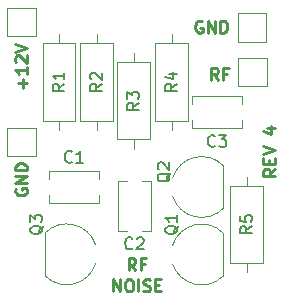
<source format=gbr>
G04 #@! TF.GenerationSoftware,KiCad,Pcbnew,(5.1.10)-1*
G04 #@! TF.CreationDate,2021-10-02T08:22:26-04:00*
G04 #@! TF.ProjectId,NoiseGen,4e6f6973-6547-4656-9e2e-6b696361645f,2*
G04 #@! TF.SameCoordinates,Original*
G04 #@! TF.FileFunction,Legend,Top*
G04 #@! TF.FilePolarity,Positive*
%FSLAX46Y46*%
G04 Gerber Fmt 4.6, Leading zero omitted, Abs format (unit mm)*
G04 Created by KiCad (PCBNEW (5.1.10)-1) date 2021-10-02 08:22:26*
%MOMM*%
%LPD*%
G01*
G04 APERTURE LIST*
%ADD10C,0.254000*%
%ADD11C,0.120000*%
%ADD12C,0.150000*%
G04 APERTURE END LIST*
D10*
X48180819Y-44186628D02*
X47697009Y-44525295D01*
X48180819Y-44767200D02*
X47164819Y-44767200D01*
X47164819Y-44380152D01*
X47213200Y-44283390D01*
X47261580Y-44235009D01*
X47358342Y-44186628D01*
X47503485Y-44186628D01*
X47600247Y-44235009D01*
X47648628Y-44283390D01*
X47697009Y-44380152D01*
X47697009Y-44767200D01*
X47648628Y-43751200D02*
X47648628Y-43412533D01*
X48180819Y-43267390D02*
X48180819Y-43751200D01*
X47164819Y-43751200D01*
X47164819Y-43267390D01*
X47164819Y-42977104D02*
X48180819Y-42638438D01*
X47164819Y-42299771D01*
X47503485Y-40751580D02*
X48180819Y-40751580D01*
X47116438Y-40993485D02*
X47842152Y-41235390D01*
X47842152Y-40606438D01*
X36322647Y-52796019D02*
X35983980Y-52312209D01*
X35742076Y-52796019D02*
X35742076Y-51780019D01*
X36129123Y-51780019D01*
X36225885Y-51828400D01*
X36274266Y-51876780D01*
X36322647Y-51973542D01*
X36322647Y-52118685D01*
X36274266Y-52215447D01*
X36225885Y-52263828D01*
X36129123Y-52312209D01*
X35742076Y-52312209D01*
X37096742Y-52263828D02*
X36758076Y-52263828D01*
X36758076Y-52796019D02*
X36758076Y-51780019D01*
X37241885Y-51780019D01*
X34435790Y-54574019D02*
X34435790Y-53558019D01*
X35016361Y-54574019D01*
X35016361Y-53558019D01*
X35693695Y-53558019D02*
X35887219Y-53558019D01*
X35983980Y-53606400D01*
X36080742Y-53703161D01*
X36129123Y-53896685D01*
X36129123Y-54235352D01*
X36080742Y-54428876D01*
X35983980Y-54525638D01*
X35887219Y-54574019D01*
X35693695Y-54574019D01*
X35596933Y-54525638D01*
X35500171Y-54428876D01*
X35451790Y-54235352D01*
X35451790Y-53896685D01*
X35500171Y-53703161D01*
X35596933Y-53606400D01*
X35693695Y-53558019D01*
X36564552Y-54574019D02*
X36564552Y-53558019D01*
X36999980Y-54525638D02*
X37145123Y-54574019D01*
X37387028Y-54574019D01*
X37483790Y-54525638D01*
X37532171Y-54477257D01*
X37580552Y-54380495D01*
X37580552Y-54283733D01*
X37532171Y-54186971D01*
X37483790Y-54138590D01*
X37387028Y-54090209D01*
X37193504Y-54041828D01*
X37096742Y-53993447D01*
X37048361Y-53945066D01*
X36999980Y-53848304D01*
X36999980Y-53751542D01*
X37048361Y-53654780D01*
X37096742Y-53606400D01*
X37193504Y-53558019D01*
X37435409Y-53558019D01*
X37580552Y-53606400D01*
X38015980Y-54041828D02*
X38354647Y-54041828D01*
X38499790Y-54574019D02*
X38015980Y-54574019D01*
X38015980Y-53558019D01*
X38499790Y-53558019D01*
X43307647Y-36667019D02*
X42968980Y-36183209D01*
X42727076Y-36667019D02*
X42727076Y-35651019D01*
X43114123Y-35651019D01*
X43210885Y-35699400D01*
X43259266Y-35747780D01*
X43307647Y-35844542D01*
X43307647Y-35989685D01*
X43259266Y-36086447D01*
X43210885Y-36134828D01*
X43114123Y-36183209D01*
X42727076Y-36183209D01*
X44081742Y-36134828D02*
X43743076Y-36134828D01*
X43743076Y-36667019D02*
X43743076Y-35651019D01*
X44226885Y-35651019D01*
X41968704Y-31711600D02*
X41871942Y-31663219D01*
X41726800Y-31663219D01*
X41581657Y-31711600D01*
X41484895Y-31808361D01*
X41436514Y-31905123D01*
X41388133Y-32098647D01*
X41388133Y-32243790D01*
X41436514Y-32437314D01*
X41484895Y-32534076D01*
X41581657Y-32630838D01*
X41726800Y-32679219D01*
X41823561Y-32679219D01*
X41968704Y-32630838D01*
X42017085Y-32582457D01*
X42017085Y-32243790D01*
X41823561Y-32243790D01*
X42452514Y-32679219D02*
X42452514Y-31663219D01*
X43033085Y-32679219D01*
X43033085Y-31663219D01*
X43516895Y-32679219D02*
X43516895Y-31663219D01*
X43758800Y-31663219D01*
X43903942Y-31711600D01*
X44000704Y-31808361D01*
X44049085Y-31905123D01*
X44097466Y-32098647D01*
X44097466Y-32243790D01*
X44049085Y-32437314D01*
X44000704Y-32534076D01*
X43903942Y-32630838D01*
X43758800Y-32679219D01*
X43516895Y-32679219D01*
X26182000Y-45871495D02*
X26133619Y-45968257D01*
X26133619Y-46113400D01*
X26182000Y-46258542D01*
X26278761Y-46355304D01*
X26375523Y-46403685D01*
X26569047Y-46452066D01*
X26714190Y-46452066D01*
X26907714Y-46403685D01*
X27004476Y-46355304D01*
X27101238Y-46258542D01*
X27149619Y-46113400D01*
X27149619Y-46016638D01*
X27101238Y-45871495D01*
X27052857Y-45823114D01*
X26714190Y-45823114D01*
X26714190Y-46016638D01*
X27149619Y-45387685D02*
X26133619Y-45387685D01*
X27149619Y-44807114D01*
X26133619Y-44807114D01*
X27149619Y-44323304D02*
X26133619Y-44323304D01*
X26133619Y-44081400D01*
X26182000Y-43936257D01*
X26278761Y-43839495D01*
X26375523Y-43791114D01*
X26569047Y-43742733D01*
X26714190Y-43742733D01*
X26907714Y-43791114D01*
X27004476Y-43839495D01*
X27101238Y-43936257D01*
X27149619Y-44081400D01*
X27149619Y-44323304D01*
X26762571Y-37362495D02*
X26762571Y-36588400D01*
X27149619Y-36975447D02*
X26375523Y-36975447D01*
X27149619Y-35572400D02*
X27149619Y-36152971D01*
X27149619Y-35862685D02*
X26133619Y-35862685D01*
X26278761Y-35959447D01*
X26375523Y-36056209D01*
X26423904Y-36152971D01*
X26230380Y-35185352D02*
X26182000Y-35136971D01*
X26133619Y-35040209D01*
X26133619Y-34798304D01*
X26182000Y-34701542D01*
X26230380Y-34653161D01*
X26327142Y-34604780D01*
X26423904Y-34604780D01*
X26569047Y-34653161D01*
X27149619Y-35233733D01*
X27149619Y-34604780D01*
X26133619Y-34314495D02*
X27149619Y-33975828D01*
X26133619Y-33637161D01*
D11*
X45048000Y-34778800D02*
X47448000Y-34778800D01*
X47448000Y-34778800D02*
X47448000Y-37178800D01*
X47448000Y-37178800D02*
X45048000Y-37178800D01*
X45048000Y-37178800D02*
X45048000Y-34778800D01*
X33235000Y-46397400D02*
X33235000Y-47102400D01*
X33235000Y-44362400D02*
X33235000Y-45067400D01*
X28995000Y-46397400D02*
X28995000Y-47102400D01*
X28995000Y-44362400D02*
X28995000Y-45067400D01*
X28995000Y-47102400D02*
X33235000Y-47102400D01*
X28995000Y-44362400D02*
X33235000Y-44362400D01*
X37610400Y-45243400D02*
X37610400Y-49483400D01*
X34870400Y-45243400D02*
X34870400Y-49483400D01*
X37610400Y-45243400D02*
X36905400Y-45243400D01*
X35575400Y-45243400D02*
X34870400Y-45243400D01*
X37610400Y-49483400D02*
X36905400Y-49483400D01*
X35575400Y-49483400D02*
X34870400Y-49483400D01*
X41100000Y-38717400D02*
X41100000Y-38012400D01*
X41100000Y-40752400D02*
X41100000Y-40047400D01*
X45340000Y-38717400D02*
X45340000Y-38012400D01*
X45340000Y-40752400D02*
X45340000Y-40047400D01*
X45340000Y-38012400D02*
X41100000Y-38012400D01*
X45340000Y-40752400D02*
X41100000Y-40752400D01*
X43780000Y-53247400D02*
X43780000Y-49647400D01*
X43757684Y-49638955D02*
G75*
G03*
X39480000Y-50667400I-1827684J-1808445D01*
G01*
X43771741Y-53259275D02*
G75*
G02*
X39480000Y-52267400I-1841741J1811875D01*
G01*
X43780000Y-47532400D02*
X43780000Y-43932400D01*
X43771741Y-47544275D02*
G75*
G02*
X39480000Y-46552400I-1841741J1811875D01*
G01*
X43757684Y-43923955D02*
G75*
G03*
X39480000Y-44952400I-1827684J-1808445D01*
G01*
X28650000Y-49647400D02*
X28650000Y-53247400D01*
X28658259Y-49635525D02*
G75*
G02*
X32950000Y-50627400I1841741J-1811875D01*
G01*
X28672316Y-53255845D02*
G75*
G03*
X32950000Y-52227400I1827684J1808445D01*
G01*
X28495000Y-40112400D02*
X31235000Y-40112400D01*
X31235000Y-40112400D02*
X31235000Y-33572400D01*
X31235000Y-33572400D02*
X28495000Y-33572400D01*
X28495000Y-33572400D02*
X28495000Y-40112400D01*
X29865000Y-40882400D02*
X29865000Y-40112400D01*
X29865000Y-32802400D02*
X29865000Y-33572400D01*
X33040000Y-32802400D02*
X33040000Y-33572400D01*
X33040000Y-40882400D02*
X33040000Y-40112400D01*
X31670000Y-33572400D02*
X31670000Y-40112400D01*
X34410000Y-33572400D02*
X31670000Y-33572400D01*
X34410000Y-40112400D02*
X34410000Y-33572400D01*
X31670000Y-40112400D02*
X34410000Y-40112400D01*
X37534200Y-35172600D02*
X34794200Y-35172600D01*
X34794200Y-35172600D02*
X34794200Y-41712600D01*
X34794200Y-41712600D02*
X37534200Y-41712600D01*
X37534200Y-41712600D02*
X37534200Y-35172600D01*
X36164200Y-34402600D02*
X36164200Y-35172600D01*
X36164200Y-42482600D02*
X36164200Y-41712600D01*
X39390000Y-32802400D02*
X39390000Y-33572400D01*
X39390000Y-40882400D02*
X39390000Y-40112400D01*
X38020000Y-33572400D02*
X38020000Y-40112400D01*
X40760000Y-33572400D02*
X38020000Y-33572400D01*
X40760000Y-40112400D02*
X40760000Y-33572400D01*
X38020000Y-40112400D02*
X40760000Y-40112400D01*
X45740000Y-44867400D02*
X45740000Y-45637400D01*
X45740000Y-52947400D02*
X45740000Y-52177400D01*
X44370000Y-45637400D02*
X44370000Y-52177400D01*
X47110000Y-45637400D02*
X44370000Y-45637400D01*
X47110000Y-52177400D02*
X47110000Y-45637400D01*
X44370000Y-52177400D02*
X47110000Y-52177400D01*
X25490000Y-30562400D02*
X27890000Y-30562400D01*
X27890000Y-30562400D02*
X27890000Y-32962400D01*
X27890000Y-32962400D02*
X25490000Y-32962400D01*
X25490000Y-32962400D02*
X25490000Y-30562400D01*
X25490000Y-43122400D02*
X25490000Y-40722400D01*
X27890000Y-43122400D02*
X25490000Y-43122400D01*
X27890000Y-40722400D02*
X27890000Y-43122400D01*
X25490000Y-40722400D02*
X27890000Y-40722400D01*
X44997200Y-31045000D02*
X47397200Y-31045000D01*
X47397200Y-31045000D02*
X47397200Y-33445000D01*
X47397200Y-33445000D02*
X44997200Y-33445000D01*
X44997200Y-33445000D02*
X44997200Y-31045000D01*
D12*
X30948333Y-43589542D02*
X30900714Y-43637161D01*
X30757857Y-43684780D01*
X30662619Y-43684780D01*
X30519761Y-43637161D01*
X30424523Y-43541923D01*
X30376904Y-43446685D01*
X30329285Y-43256209D01*
X30329285Y-43113352D01*
X30376904Y-42922876D01*
X30424523Y-42827638D01*
X30519761Y-42732400D01*
X30662619Y-42684780D01*
X30757857Y-42684780D01*
X30900714Y-42732400D01*
X30948333Y-42780019D01*
X31900714Y-43684780D02*
X31329285Y-43684780D01*
X31615000Y-43684780D02*
X31615000Y-42684780D01*
X31519761Y-42827638D01*
X31424523Y-42922876D01*
X31329285Y-42970495D01*
X36073733Y-50915542D02*
X36026114Y-50963161D01*
X35883257Y-51010780D01*
X35788019Y-51010780D01*
X35645161Y-50963161D01*
X35549923Y-50867923D01*
X35502304Y-50772685D01*
X35454685Y-50582209D01*
X35454685Y-50439352D01*
X35502304Y-50248876D01*
X35549923Y-50153638D01*
X35645161Y-50058400D01*
X35788019Y-50010780D01*
X35883257Y-50010780D01*
X36026114Y-50058400D01*
X36073733Y-50106019D01*
X36454685Y-50106019D02*
X36502304Y-50058400D01*
X36597542Y-50010780D01*
X36835638Y-50010780D01*
X36930876Y-50058400D01*
X36978495Y-50106019D01*
X37026114Y-50201257D01*
X37026114Y-50296495D01*
X36978495Y-50439352D01*
X36407066Y-51010780D01*
X37026114Y-51010780D01*
X43053333Y-42239542D02*
X43005714Y-42287161D01*
X42862857Y-42334780D01*
X42767619Y-42334780D01*
X42624761Y-42287161D01*
X42529523Y-42191923D01*
X42481904Y-42096685D01*
X42434285Y-41906209D01*
X42434285Y-41763352D01*
X42481904Y-41572876D01*
X42529523Y-41477638D01*
X42624761Y-41382400D01*
X42767619Y-41334780D01*
X42862857Y-41334780D01*
X43005714Y-41382400D01*
X43053333Y-41430019D01*
X43386666Y-41334780D02*
X44005714Y-41334780D01*
X43672380Y-41715733D01*
X43815238Y-41715733D01*
X43910476Y-41763352D01*
X43958095Y-41810971D01*
X44005714Y-41906209D01*
X44005714Y-42144304D01*
X43958095Y-42239542D01*
X43910476Y-42287161D01*
X43815238Y-42334780D01*
X43529523Y-42334780D01*
X43434285Y-42287161D01*
X43386666Y-42239542D01*
X39937619Y-49002638D02*
X39890000Y-49097876D01*
X39794761Y-49193114D01*
X39651904Y-49335971D01*
X39604285Y-49431209D01*
X39604285Y-49526447D01*
X39842380Y-49478828D02*
X39794761Y-49574066D01*
X39699523Y-49669304D01*
X39509047Y-49716923D01*
X39175714Y-49716923D01*
X38985238Y-49669304D01*
X38890000Y-49574066D01*
X38842380Y-49478828D01*
X38842380Y-49288352D01*
X38890000Y-49193114D01*
X38985238Y-49097876D01*
X39175714Y-49050257D01*
X39509047Y-49050257D01*
X39699523Y-49097876D01*
X39794761Y-49193114D01*
X39842380Y-49288352D01*
X39842380Y-49478828D01*
X39842380Y-48097876D02*
X39842380Y-48669304D01*
X39842380Y-48383590D02*
X38842380Y-48383590D01*
X38985238Y-48478828D01*
X39080476Y-48574066D01*
X39128095Y-48669304D01*
X39302619Y-44557638D02*
X39255000Y-44652876D01*
X39159761Y-44748114D01*
X39016904Y-44890971D01*
X38969285Y-44986209D01*
X38969285Y-45081447D01*
X39207380Y-45033828D02*
X39159761Y-45129066D01*
X39064523Y-45224304D01*
X38874047Y-45271923D01*
X38540714Y-45271923D01*
X38350238Y-45224304D01*
X38255000Y-45129066D01*
X38207380Y-45033828D01*
X38207380Y-44843352D01*
X38255000Y-44748114D01*
X38350238Y-44652876D01*
X38540714Y-44605257D01*
X38874047Y-44605257D01*
X39064523Y-44652876D01*
X39159761Y-44748114D01*
X39207380Y-44843352D01*
X39207380Y-45033828D01*
X38302619Y-44224304D02*
X38255000Y-44176685D01*
X38207380Y-44081447D01*
X38207380Y-43843352D01*
X38255000Y-43748114D01*
X38302619Y-43700495D01*
X38397857Y-43652876D01*
X38493095Y-43652876D01*
X38635952Y-43700495D01*
X39207380Y-44271923D01*
X39207380Y-43652876D01*
X28507619Y-49002638D02*
X28460000Y-49097876D01*
X28364761Y-49193114D01*
X28221904Y-49335971D01*
X28174285Y-49431209D01*
X28174285Y-49526447D01*
X28412380Y-49478828D02*
X28364761Y-49574066D01*
X28269523Y-49669304D01*
X28079047Y-49716923D01*
X27745714Y-49716923D01*
X27555238Y-49669304D01*
X27460000Y-49574066D01*
X27412380Y-49478828D01*
X27412380Y-49288352D01*
X27460000Y-49193114D01*
X27555238Y-49097876D01*
X27745714Y-49050257D01*
X28079047Y-49050257D01*
X28269523Y-49097876D01*
X28364761Y-49193114D01*
X28412380Y-49288352D01*
X28412380Y-49478828D01*
X27412380Y-48716923D02*
X27412380Y-48097876D01*
X27793333Y-48431209D01*
X27793333Y-48288352D01*
X27840952Y-48193114D01*
X27888571Y-48145495D01*
X27983809Y-48097876D01*
X28221904Y-48097876D01*
X28317142Y-48145495D01*
X28364761Y-48193114D01*
X28412380Y-48288352D01*
X28412380Y-48574066D01*
X28364761Y-48669304D01*
X28317142Y-48716923D01*
X30317380Y-37009066D02*
X29841190Y-37342400D01*
X30317380Y-37580495D02*
X29317380Y-37580495D01*
X29317380Y-37199542D01*
X29365000Y-37104304D01*
X29412619Y-37056685D01*
X29507857Y-37009066D01*
X29650714Y-37009066D01*
X29745952Y-37056685D01*
X29793571Y-37104304D01*
X29841190Y-37199542D01*
X29841190Y-37580495D01*
X30317380Y-36056685D02*
X30317380Y-36628114D01*
X30317380Y-36342400D02*
X29317380Y-36342400D01*
X29460238Y-36437638D01*
X29555476Y-36532876D01*
X29603095Y-36628114D01*
X33492380Y-37009066D02*
X33016190Y-37342400D01*
X33492380Y-37580495D02*
X32492380Y-37580495D01*
X32492380Y-37199542D01*
X32540000Y-37104304D01*
X32587619Y-37056685D01*
X32682857Y-37009066D01*
X32825714Y-37009066D01*
X32920952Y-37056685D01*
X32968571Y-37104304D01*
X33016190Y-37199542D01*
X33016190Y-37580495D01*
X32587619Y-36628114D02*
X32540000Y-36580495D01*
X32492380Y-36485257D01*
X32492380Y-36247161D01*
X32540000Y-36151923D01*
X32587619Y-36104304D01*
X32682857Y-36056685D01*
X32778095Y-36056685D01*
X32920952Y-36104304D01*
X33492380Y-36675733D01*
X33492380Y-36056685D01*
X36616580Y-38609266D02*
X36140390Y-38942600D01*
X36616580Y-39180695D02*
X35616580Y-39180695D01*
X35616580Y-38799742D01*
X35664200Y-38704504D01*
X35711819Y-38656885D01*
X35807057Y-38609266D01*
X35949914Y-38609266D01*
X36045152Y-38656885D01*
X36092771Y-38704504D01*
X36140390Y-38799742D01*
X36140390Y-39180695D01*
X35616580Y-38275933D02*
X35616580Y-37656885D01*
X35997533Y-37990219D01*
X35997533Y-37847361D01*
X36045152Y-37752123D01*
X36092771Y-37704504D01*
X36188009Y-37656885D01*
X36426104Y-37656885D01*
X36521342Y-37704504D01*
X36568961Y-37752123D01*
X36616580Y-37847361D01*
X36616580Y-38133076D01*
X36568961Y-38228314D01*
X36521342Y-38275933D01*
X39842380Y-37009066D02*
X39366190Y-37342400D01*
X39842380Y-37580495D02*
X38842380Y-37580495D01*
X38842380Y-37199542D01*
X38890000Y-37104304D01*
X38937619Y-37056685D01*
X39032857Y-37009066D01*
X39175714Y-37009066D01*
X39270952Y-37056685D01*
X39318571Y-37104304D01*
X39366190Y-37199542D01*
X39366190Y-37580495D01*
X39175714Y-36151923D02*
X39842380Y-36151923D01*
X38794761Y-36390019D02*
X39509047Y-36628114D01*
X39509047Y-36009066D01*
X46192380Y-49074066D02*
X45716190Y-49407400D01*
X46192380Y-49645495D02*
X45192380Y-49645495D01*
X45192380Y-49264542D01*
X45240000Y-49169304D01*
X45287619Y-49121685D01*
X45382857Y-49074066D01*
X45525714Y-49074066D01*
X45620952Y-49121685D01*
X45668571Y-49169304D01*
X45716190Y-49264542D01*
X45716190Y-49645495D01*
X45192380Y-48169304D02*
X45192380Y-48645495D01*
X45668571Y-48693114D01*
X45620952Y-48645495D01*
X45573333Y-48550257D01*
X45573333Y-48312161D01*
X45620952Y-48216923D01*
X45668571Y-48169304D01*
X45763809Y-48121685D01*
X46001904Y-48121685D01*
X46097142Y-48169304D01*
X46144761Y-48216923D01*
X46192380Y-48312161D01*
X46192380Y-48550257D01*
X46144761Y-48645495D01*
X46097142Y-48693114D01*
M02*

</source>
